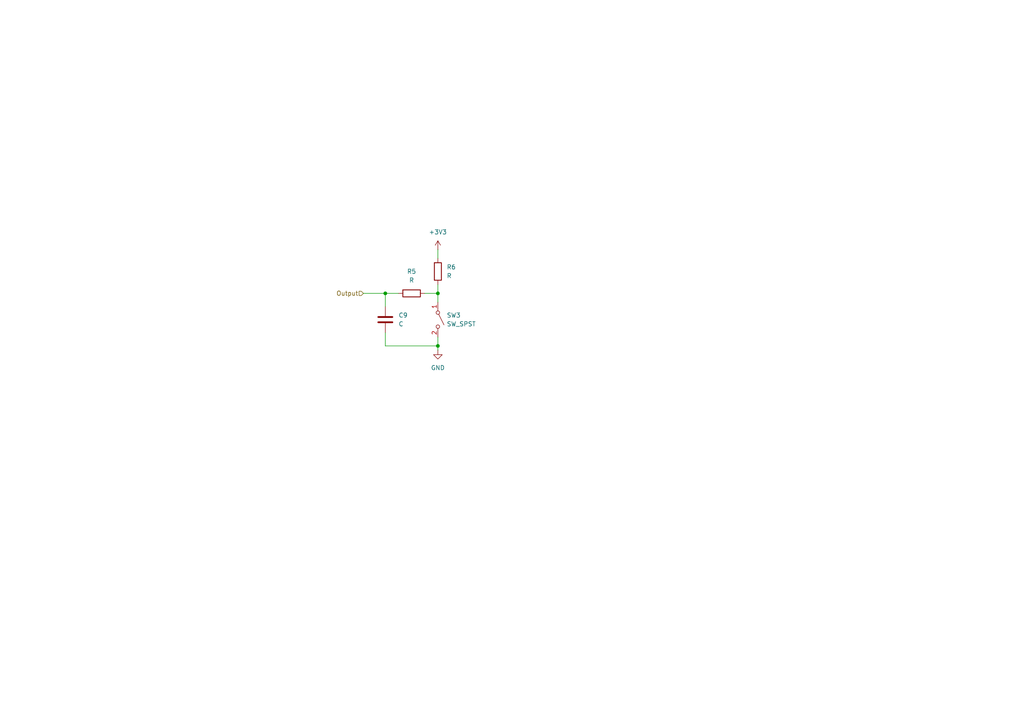
<source format=kicad_sch>
(kicad_sch (version 20231120) (generator "eeschema") (generator_version "8.0")
  (paper "A4")
  (lib_symbols
    (symbol "Device:C" (pin_numbers hide) (pin_names (offset 0.254))
      (property "Reference" "C" (at 0.635 2.54 0))
      (property "Value" "C" (at 0.635 -2.54 0))
      (symbol "C_0_1"
        (polyline (pts (xy -2.032 -0.762) (xy 2.032 -0.762)) (stroke (width 0.508)))
        (polyline (pts (xy -2.032 0.762) (xy 2.032 0.762)) (stroke (width 0.508)))
      )
      (symbol "C_1_1"
        (pin passive line (at 0 3.81 270) (length 2.794) (name "~") (number "1"))
        (pin passive line (at 0 -3.81 90) (length 2.794) (name "~") (number "2"))
      )
    )
    (symbol "Device:R" (pin_numbers hide) (pin_names (offset 0))
      (property "Reference" "R" (at 2.032 0 90))
      (property "Value" "R" (at 0 0 90))
      (symbol "R_0_1"
        (rectangle (start -1.016 -2.54) (end 1.016 2.54) (stroke (width 0.254)))
      )
      (symbol "R_1_1"
        (pin passive line (at 0 3.81 270) (length 1.27) (name "~") (number "1"))
        (pin passive line (at 0 -3.81 90) (length 1.27) (name "~") (number "2"))
      )
    )
    (symbol "Switch:SW_SPST" (pin_names (offset 0) hide)
      (property "Reference" "SW" (at 0 3.175 0))
      (property "Value" "SW_SPST" (at 0 -2.54 0))
      (symbol "SW_SPST_0_0"
        (circle (center -2.032 0) (radius 0.508))
        (polyline (pts (xy -1.524 0.254) (xy 1.524 1.778)))
        (circle (center 2.032 0) (radius 0.508))
      )
      (symbol "SW_SPST_1_1"
        (pin passive line (at -5.08 0 0) (length 2.54) (name "A") (number "1"))
        (pin passive line (at 5.08 0 180) (length 2.54) (name "B") (number "2"))
      )
    )
    (symbol "power:+3V3" (power) (pin_numbers hide) (pin_names (offset 0) hide)
      (property "Value" "+3V3" (at 0 3.556 0))
      (symbol "+3V3_0_1"
        (polyline (pts (xy -0.762 1.27) (xy 0 2.54)))
        (polyline (pts (xy 0 0) (xy 0 2.54)))
        (polyline (pts (xy 0 2.54) (xy 0.762 1.27)))
      )
      (symbol "+3V3_1_1"
        (pin power_in line (at 0 0 90) (length 0) (name "~") (number "1"))
      )
    )
    (symbol "power:GND" (power) (pin_numbers hide) (pin_names (offset 0) hide)
      (property "Value" "GND" (at 0 -3.81 0))
      (symbol "GND_0_1"
        (polyline (pts (xy 0 0) (xy 0 -1.27) (xy 1.27 -1.27) (xy 0 -2.54) (xy -1.27 -1.27) (xy 0 -1.27)))
      )
      (symbol "GND_1_1"
        (pin power_in line (at 0 0 270) (length 0) (name "~") (number "1"))
      )
    )
  )
  (junction (at 127 85.09))
  (junction (at 127 100.33))
  (junction (at 111.76 85.09))
  (wire (pts (xy 127 85.09) (xy 127 82.55)))
  (wire (pts (xy 111.76 100.33) (xy 127 100.33)))
  (wire (pts (xy 127 100.33) (xy 127 97.79)))
  (wire (pts (xy 127 85.09) (xy 127 87.63)))
  (wire (pts (xy 111.76 96.52) (xy 111.76 100.33)))
  (wire (pts (xy 105.41 85.09) (xy 111.76 85.09)))
  (wire (pts (xy 123.19 85.09) (xy 127 85.09)))
  (wire (pts (xy 111.76 85.09) (xy 111.76 88.9)))
  (wire (pts (xy 127 72.39) (xy 127 74.93)))
  (wire (pts (xy 111.76 85.09) (xy 115.57 85.09)))
  (wire (pts (xy 127 100.33) (xy 127 101.6)))
  (hierarchical_label "Output" (shape input) (at 105.41 85.09 180))
  (symbol (lib_id "Device:C") (at 111.76 92.71 0) (unit 1)
    (property "Reference" "C9" (at 115.57 91.4399 0) (effects (justify left)))
    (property "Value" "C" (at 115.57 93.9799 0) (effects (justify left)))
    (property "Description" "Unpolarized capacitor" (effects (hide yes)))
    (instances (project "PCB_controller" (path "" (reference "C9") (unit 1)) (path "" (reference "C8") (unit 1)) (path "" (reference "C16") (unit 1)) (path "" (reference "C17") (unit 1)) (path "" (reference "C?") (unit 1)) (path "" (reference "C10") (unit 1)) (path "" (reference "C11") (unit 1)) (path "" (reference "C14") (unit 1)) (path "" (reference "C15") (unit 1)) (path "" (reference "C12") (unit 1)) (path "" (reference "C13") (unit 1))))
  )
  (symbol (lib_id "power:+3V3") (at 127 72.39 0) (unit 1)
    (property "Reference" "#PWR010" (effects (hide yes)))
    (property "Value" "+3V3" (at 127 67.31 0))
    (property "Description" "Power symbol creates a global label with name \"+3V3\"" (effects (hide yes)))
    (instances (project "PCB_controller" (path "" (reference "#PWR010") (unit 1)) (path "" (reference "#PWR08") (unit 1)) (path "" (reference "#PWR024") (unit 1)) (path "" (reference "#PWR026") (unit 1)) (path "" (reference "#PWR?") (unit 1)) (path "" (reference "#PWR012") (unit 1)) (path "" (reference "#PWR014") (unit 1)) (path "" (reference "#PWR020") (unit 1)) (path "" (reference "#PWR022") (unit 1)) (path "" (reference "#PWR016") (unit 1)) (path "" (reference "#PWR018") (unit 1))))
  )
  (symbol (lib_id "Device:R") (at 119.38 85.09 90) (unit 1)
    (property "Reference" "R5" (at 119.38 78.74 90))
    (property "Value" "R" (at 119.38 81.28 90))
    (property "Description" "Resistor" (effects (hide yes)))
    (instances (project "PCB_controller" (path "" (reference "R5") (unit 1)) (path "" (reference "R3") (unit 1)) (path "" (reference "R19") (unit 1)) (path "" (reference "R21") (unit 1)) (path "" (reference "R2") (unit 1)) (path "" (reference "R7") (unit 1)) (path "" (reference "R9") (unit 1)) (path "" (reference "R15") (unit 1)) (path "" (reference "R17") (unit 1)) (path "" (reference "R11") (unit 1)) (path "" (reference "R13") (unit 1))))
  )
  (symbol (lib_id "power:GND") (at 127 101.6 0) (unit 1)
    (property "Reference" "#PWR011" (effects (hide yes)))
    (property "Value" "GND" (at 127 106.68 0))
    (property "Description" "Power symbol creates a global label with name \"GND\" , ground" (effects (hide yes)))
    (instances (project "PCB_controller" (path "" (reference "#PWR011") (unit 1)) (path "" (reference "#PWR09") (unit 1)) (path "" (reference "#PWR025") (unit 1)) (path "" (reference "#PWR027") (unit 1)) (path "" (reference "#PWR?") (unit 1)) (path "" (reference "#PWR013") (unit 1)) (path "" (reference "#PWR015") (unit 1)) (path "" (reference "#PWR021") (unit 1)) (path "" (reference "#PWR023") (unit 1)) (path "" (reference "#PWR017") (unit 1)) (path "" (reference "#PWR019") (unit 1))))
  )
  (symbol (lib_id "Device:R") (at 127 78.74 0) (unit 1)
    (property "Reference" "R6" (at 129.54 77.4699 0) (effects (justify left)))
    (property "Value" "R" (at 129.54 80.0099 0) (effects (justify left)))
    (property "Description" "Resistor" (effects (hide yes)))
    (instances (project "PCB_controller" (path "" (reference "R6") (unit 1)) (path "" (reference "R4") (unit 1)) (path "" (reference "R20") (unit 1)) (path "" (reference "R22") (unit 1)) (path "" (reference "R?") (unit 1)) (path "" (reference "R8") (unit 1)) (path "" (reference "R10") (unit 1)) (path "" (reference "R16") (unit 1)) (path "" (reference "R18") (unit 1)) (path "" (reference "R12") (unit 1)) (path "" (reference "R14") (unit 1))))
  )
  (symbol (lib_id "Switch:SW_SPST") (at 127 92.71 270) (unit 1)
    (property "Reference" "SW3" (at 129.54 91.4399 90) (effects (justify left)))
    (property "Value" "SW_SPST" (at 129.54 93.9799 90) (effects (justify left)))
    (property "Description" "Single Pole Single Throw (SPST) switch" (effects (hide yes)))
    (instances (project "PCB_controller" (path "" (reference "SW3") (unit 1)) (path "" (reference "SW2") (unit 1)) (path "" (reference "SW10") (unit 1)) (path "" (reference "SW11") (unit 1)) (path "" (reference "SW?") (unit 1)) (path "" (reference "SW4") (unit 1)) (path "" (reference "SW5") (unit 1)) (path "" (reference "SW8") (unit 1)) (path "" (reference "SW9") (unit 1)) (path "" (reference "SW6") (unit 1)) (path "" (reference "SW7") (unit 1))))
  )
)
</source>
